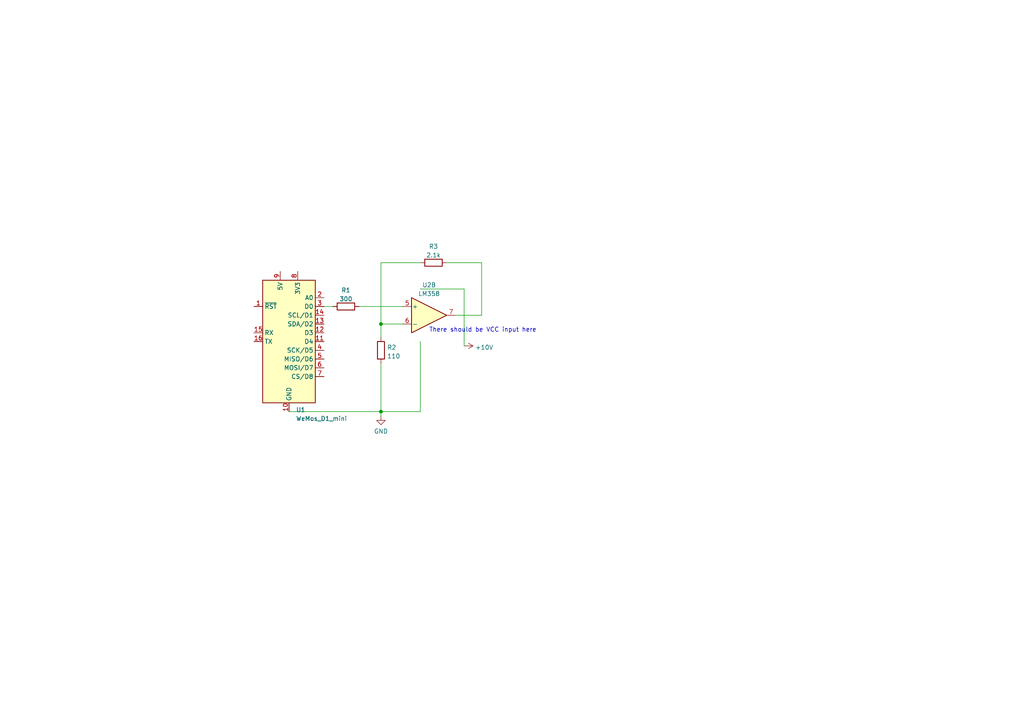
<source format=kicad_sch>
(kicad_sch (version 20211123) (generator eeschema)
  (paper "A4")
  (lib_symbols
    (symbol "Amplifier_Operational:LM358" (pin_names (offset 0.127))
      (property "Reference" "U" (at 0 5.08 0))
      (property "Value" "LM358" (at 0 -5.08 0))
      (symbol "LM358_1_1"
        (polyline (pts (xy -5.08 5.08) (xy 5.08 0) (xy -5.08 -5.08) (xy -5.08 5.08)) (stroke (width 0.254)) (fill (type background)))
        (pin output line (at 7.62 0 180) (length 2.54) (name "~") (number "1"))
        (pin input line (at -7.62 -2.54 0) (length 2.54) (name "-") (number "2"))
        (pin input line (at -7.62 2.54 0) (length 2.54) (name "+") (number "3"))
      )
      (symbol "LM358_2_1"
        (polyline (pts (xy -5.08 5.08) (xy 5.08 0) (xy -5.08 -5.08) (xy -5.08 5.08)) (stroke (width 0.254)) (fill (type background)))
        (pin input line (at -7.62 2.54 0) (length 2.54) (name "+") (number "5"))
        (pin input line (at -7.62 -2.54 0) (length 2.54) (name "-") (number "6"))
        (pin output line (at 7.62 0 180) (length 2.54) (name "~") (number "7"))
      )
      (symbol "LM358_3_1"
        (pin power_in line (at -2.54 -7.62 90) (length 3.81) (name "V-") (number "4"))
        (pin power_in line (at -2.54 7.62 270) (length 3.81) (name "V+") (number "8"))
      )
    )
    (symbol "Device:R" (pin_numbers hide) (pin_names (offset 0))
      (property "Reference" "R" (at 2.032 0 90))
      (property "Value" "R" (at 0 0 90))
      (symbol "R_0_1"
        (rectangle (start -1.016 -2.54) (end 1.016 2.54) (stroke (width 0.254)))
      )
      (symbol "R_1_1"
        (pin passive line (at 0 3.81 270) (length 1.27) (name "~") (number "1"))
        (pin passive line (at 0 -3.81 90) (length 1.27) (name "~") (number "2"))
      )
    )
    (symbol "MCU_Module:WeMos_D1_mini"
      (property "Reference" "U" (at 3.81 19.05 0))
      (property "Value" "WeMos_D1_mini" (at 1.27 -19.05 0))
      (symbol "WeMos_D1_mini_1_1"
        (rectangle (start -7.62 17.78) (end 7.62 -17.78) (stroke (width 0.254)) (fill (type background)))
        (pin input line (at -10.16 10.16 0) (length 2.54) (name "~{RST}") (number "1"))
        (pin power_in line (at 0 -20.32 90) (length 2.54) (name "GND") (number "10"))
        (pin bidirectional line (at 10.16 0 180) (length 2.54) (name "D4") (number "11"))
        (pin bidirectional line (at 10.16 2.54 180) (length 2.54) (name "D3") (number "12"))
        (pin bidirectional line (at 10.16 5.08 180) (length 2.54) (name "SDA/D2") (number "13"))
        (pin bidirectional line (at 10.16 7.62 180) (length 2.54) (name "SCL/D1") (number "14"))
        (pin input line (at -10.16 2.54 0) (length 2.54) (name "RX") (number "15"))
        (pin output line (at -10.16 0 0) (length 2.54) (name "TX") (number "16"))
        (pin input line (at 10.16 12.7 180) (length 2.54) (name "A0") (number "2"))
        (pin bidirectional line (at 10.16 10.16 180) (length 2.54) (name "D0") (number "3"))
        (pin bidirectional line (at 10.16 -2.54 180) (length 2.54) (name "SCK/D5") (number "4"))
        (pin bidirectional line (at 10.16 -5.08 180) (length 2.54) (name "MISO/D6") (number "5"))
        (pin bidirectional line (at 10.16 -7.62 180) (length 2.54) (name "MOSI/D7") (number "6"))
        (pin bidirectional line (at 10.16 -10.16 180) (length 2.54) (name "CS/D8") (number "7"))
        (pin power_out line (at 2.54 20.32 270) (length 2.54) (name "3V3") (number "8"))
        (pin power_in line (at -2.54 20.32 270) (length 2.54) (name "5V") (number "9"))
      )
    )
    (symbol "power:+10V" (power) (pin_names (offset 0))
      (property "Value" "+10V" (at 0 3.556 0))
      (symbol "+10V_0_1"
        (polyline (pts (xy -0.762 1.27) (xy 0 2.54)))
        (polyline (pts (xy 0 0) (xy 0 2.54)))
        (polyline (pts (xy 0 2.54) (xy 0.762 1.27)))
      )
      (symbol "+10V_1_1"
        (pin power_in line (at 0 0 90) (length 0) hide (name "+10V") (number "1"))
      )
    )
    (symbol "power:GND" (power) (pin_names (offset 0))
      (property "Value" "GND" (at 0 -3.81 0))
      (symbol "GND_0_1"
        (polyline (pts (xy 0 0) (xy 0 -1.27) (xy 1.27 -1.27) (xy 0 -2.54) (xy -1.27 -1.27) (xy 0 -1.27)))
      )
      (symbol "GND_1_1"
        (pin power_in line (at 0 0 270) (length 0) hide (name "GND") (number "1"))
      )
    )
  )
  (junction (at 110.49 93.98))
  (junction (at 110.49 119.38))
  (wire (pts (xy 110.49 76.2) (xy 110.49 93.98)))
  (wire (pts (xy 134.62 83.82) (xy 134.62 100.33)))
  (wire (pts (xy 104.14 88.9) (xy 116.84 88.9)))
  (wire (pts (xy 121.92 99.06) (xy 121.92 119.38)))
  (wire (pts (xy 93.98 88.9) (xy 96.52 88.9)))
  (wire (pts (xy 121.92 119.38) (xy 110.49 119.38)))
  (wire (pts (xy 110.49 105.41) (xy 110.49 119.38)))
  (wire (pts (xy 121.92 76.2) (xy 110.49 76.2)))
  (wire (pts (xy 110.49 119.38) (xy 110.49 120.65)))
  (wire (pts (xy 110.49 93.98) (xy 116.84 93.98)))
  (wire (pts (xy 121.92 83.82) (xy 134.62 83.82)))
  (wire (pts (xy 110.49 93.98) (xy 110.49 97.79)))
  (wire (pts (xy 129.54 76.2) (xy 139.7 76.2)))
  (wire (pts (xy 83.82 119.38) (xy 110.49 119.38)))
  (wire (pts (xy 132.08 91.44) (xy 139.7 91.44)))
  (wire (pts (xy 139.7 76.2) (xy 139.7 91.44)))
  (text "There should be VCC input here" (at 124.46 96.52 0) (effects (font (size 1.27 1.27)) (justify left bottom)))
  (symbol (lib_id "Amplifier_Operational:LM358") (at 124.46 91.44 0) (unit 2)
    (property "Reference" "U2" (at 124.46 82.6602 0))
    (property "Value" "LM358" (at 124.46 85.1971 0))
    (property "Footprint" "Package_DIP:DIP-8_W10.16mm" (effects hide))
    (property "Datasheet" "http://www.ti.com/lit/ds/symlink/lm2904-n.pdf" (effects hide))
  )
  (symbol (lib_id "power:GND") (at 110.49 120.65 0) (unit 1)
    (property "Reference" "#PWR0101" (effects hide))
    (property "Value" "GND" (at 110.49 125.0934 0))
  )
  (symbol (lib_id "Device:R") (at 110.49 101.6 180) (unit 1)
    (property "Reference" "R2" (at 112.268 100.7653 0) (effects (justify right)))
    (property "Value" "110" (at 112.268 103.3022 0) (effects (justify right)))
    (property "Footprint" "Resistor_THT:R_Axial_DIN0309_L9.0mm_D3.2mm_P12.70mm_Horizontal" (effects hide))
  )
  (symbol (lib_id "Device:R") (at 100.33 88.9 90) (unit 1)
    (property "Reference" "R1" (at 100.33 84.1842 90))
    (property "Value" "300" (at 100.33 86.7211 90))
    (property "Footprint" "Resistor_THT:R_Axial_DIN0309_L9.0mm_D3.2mm_P12.70mm_Horizontal" (effects hide))
  )
  (symbol (lib_id "power:+10V") (at 134.62 100.33 270) (unit 1)
    (property "Reference" "#PWR0102" (effects hide))
    (property "Value" "+10V" (at 137.795 100.7638 90) (effects (justify left)))
  )
  (symbol (lib_id "MCU_Module:WeMos_D1_mini") (at 83.82 99.06 0) (unit 1)
    (property "Reference" "U1" (at 85.8394 118.8704 0) (effects (justify left)))
    (property "Value" "WeMos_D1_mini" (at 85.8394 121.4073 0) (effects (justify left)))
    (property "Footprint" "Module:WEMOS_D1_mini_light" (effects hide))
    (property "Datasheet" "https://wiki.wemos.cc/products:d1:d1_mini#documentation" (effects hide))
  )
  (symbol (lib_id "Device:R") (at 125.73 76.2 270) (unit 1)
    (property "Reference" "R3" (at 125.73 71.4842 90))
    (property "Value" "2.1k" (at 125.73 74.0211 90))
    (property "Footprint" "Resistor_THT:R_Axial_DIN0309_L9.0mm_D3.2mm_P12.70mm_Horizontal" (effects hide))
  )
)
</source>
